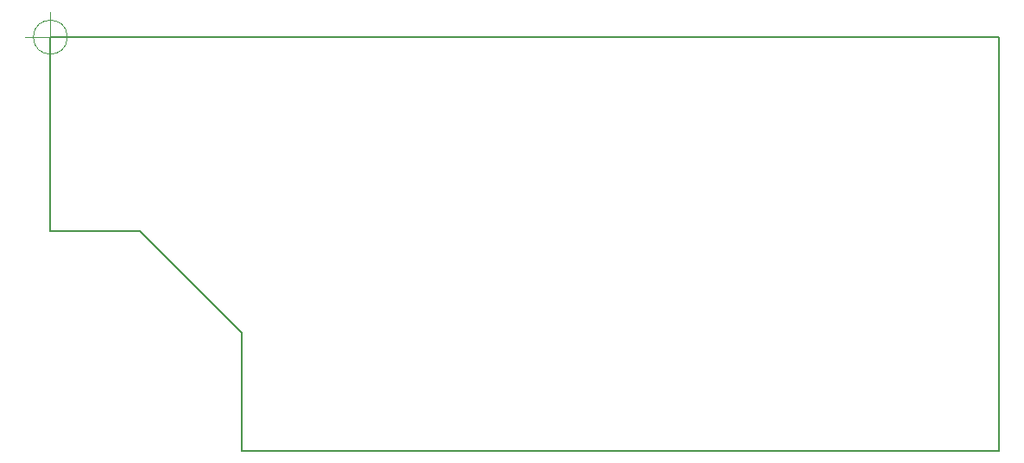
<source format=gbr>
G04 #@! TF.GenerationSoftware,KiCad,Pcbnew,(5.1.4-0-10_14)*
G04 #@! TF.CreationDate,2019-11-16T12:28:40+01:00*
G04 #@! TF.ProjectId,RWR Control Panel,52575220-436f-46e7-9472-6f6c2050616e,-*
G04 #@! TF.SameCoordinates,Original*
G04 #@! TF.FileFunction,Profile,NP*
%FSLAX46Y46*%
G04 Gerber Fmt 4.6, Leading zero omitted, Abs format (unit mm)*
G04 Created by KiCad (PCBNEW (5.1.4-0-10_14)) date 2019-11-16 12:28:40*
%MOMM*%
%LPD*%
G04 APERTURE LIST*
%ADD10C,0.100000*%
%ADD11C,0.200000*%
G04 APERTURE END LIST*
D10*
X102536416Y-81692750D02*
G75*
G03X102536416Y-81692750I-1666666J0D01*
G01*
X98369750Y-81692750D02*
X103369750Y-81692750D01*
X100869750Y-79192750D02*
X100869750Y-84192750D01*
D11*
X100869750Y-81692750D02*
X193897250Y-81692750D01*
X100869750Y-100742750D02*
X100869750Y-81692750D01*
X109602250Y-100742750D02*
X100869750Y-100742750D01*
X193897250Y-122332750D02*
X119602250Y-122332750D01*
X119602250Y-122332750D02*
X119602250Y-110742750D01*
X193897250Y-81692750D02*
X193897250Y-122332750D01*
X109602250Y-100742750D02*
X119602250Y-110742750D01*
M02*

</source>
